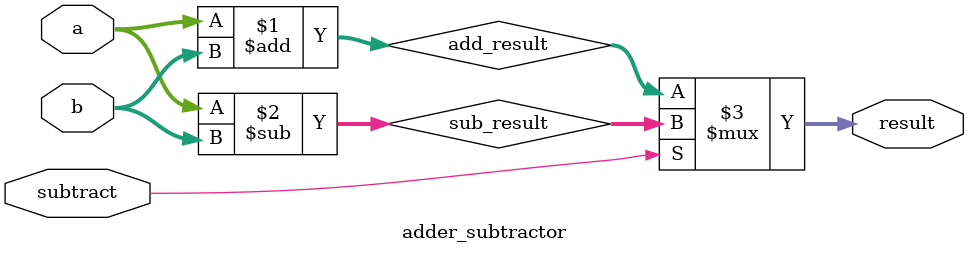
<source format=v>
`timescale 1ns/1ps

module adder_subtractor (
    input [7:0] a,
    input [7:0] b,
    input subtract,
    output wire [7:0] result
);
    // 'subtract' controls addition/subtraction, 1 for substract 0 for add

    wire [7:0] add_result;
    wire [7:0] sub_result;

    assign add_result = a + b; // Add 'a' and 'b'
    assign sub_result = a - b; // Subtract 'b' from 'a'

    assign result = subtract ? sub_result : add_result; // Select add or subtract result based on 'subtract' input

endmodule
</source>
